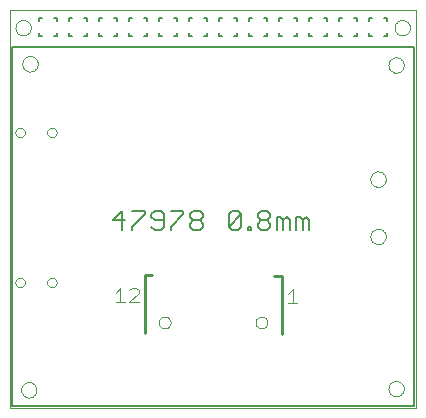
<source format=gto>
G75*
G70*
%OFA0B0*%
%FSLAX24Y24*%
%IPPOS*%
%LPD*%
%AMOC8*
5,1,8,0,0,1.08239X$1,22.5*
%
%ADD10C,0.0000*%
%ADD11C,0.0060*%
%ADD12C,0.0100*%
%ADD13C,0.0040*%
%ADD14C,0.0050*%
D10*
X000174Y000263D02*
X000174Y013537D01*
X013690Y013537D01*
X013690Y000263D01*
X000174Y000263D01*
X000540Y000869D02*
X000542Y000900D01*
X000548Y000931D01*
X000557Y000961D01*
X000570Y000990D01*
X000587Y001017D01*
X000607Y001041D01*
X000629Y001063D01*
X000655Y001082D01*
X000682Y001098D01*
X000711Y001110D01*
X000741Y001119D01*
X000772Y001124D01*
X000804Y001125D01*
X000835Y001122D01*
X000866Y001115D01*
X000896Y001105D01*
X000924Y001091D01*
X000950Y001073D01*
X000974Y001053D01*
X000995Y001029D01*
X001014Y001004D01*
X001029Y000976D01*
X001040Y000947D01*
X001048Y000916D01*
X001052Y000885D01*
X001052Y000853D01*
X001048Y000822D01*
X001040Y000791D01*
X001029Y000762D01*
X001014Y000734D01*
X000995Y000709D01*
X000974Y000685D01*
X000950Y000665D01*
X000924Y000647D01*
X000896Y000633D01*
X000866Y000623D01*
X000835Y000616D01*
X000804Y000613D01*
X000772Y000614D01*
X000741Y000619D01*
X000711Y000628D01*
X000682Y000640D01*
X000655Y000656D01*
X000629Y000675D01*
X000607Y000697D01*
X000587Y000721D01*
X000570Y000748D01*
X000557Y000777D01*
X000548Y000807D01*
X000542Y000838D01*
X000540Y000869D01*
X000348Y004448D02*
X000350Y004473D01*
X000356Y004497D01*
X000365Y004519D01*
X000378Y004540D01*
X000394Y004559D01*
X000413Y004575D01*
X000434Y004588D01*
X000456Y004597D01*
X000480Y004603D01*
X000505Y004605D01*
X000530Y004603D01*
X000554Y004597D01*
X000576Y004588D01*
X000597Y004575D01*
X000616Y004559D01*
X000632Y004540D01*
X000645Y004519D01*
X000654Y004497D01*
X000660Y004473D01*
X000662Y004448D01*
X000660Y004423D01*
X000654Y004399D01*
X000645Y004377D01*
X000632Y004356D01*
X000616Y004337D01*
X000597Y004321D01*
X000576Y004308D01*
X000554Y004299D01*
X000530Y004293D01*
X000505Y004291D01*
X000480Y004293D01*
X000456Y004299D01*
X000434Y004308D01*
X000413Y004321D01*
X000394Y004337D01*
X000378Y004356D01*
X000365Y004377D01*
X000356Y004399D01*
X000350Y004423D01*
X000348Y004448D01*
X001411Y004448D02*
X001413Y004473D01*
X001419Y004497D01*
X001428Y004519D01*
X001441Y004540D01*
X001457Y004559D01*
X001476Y004575D01*
X001497Y004588D01*
X001519Y004597D01*
X001543Y004603D01*
X001568Y004605D01*
X001593Y004603D01*
X001617Y004597D01*
X001639Y004588D01*
X001660Y004575D01*
X001679Y004559D01*
X001695Y004540D01*
X001708Y004519D01*
X001717Y004497D01*
X001723Y004473D01*
X001725Y004448D01*
X001723Y004423D01*
X001717Y004399D01*
X001708Y004377D01*
X001695Y004356D01*
X001679Y004337D01*
X001660Y004321D01*
X001639Y004308D01*
X001617Y004299D01*
X001593Y004293D01*
X001568Y004291D01*
X001543Y004293D01*
X001519Y004299D01*
X001497Y004308D01*
X001476Y004321D01*
X001457Y004337D01*
X001441Y004356D01*
X001428Y004377D01*
X001419Y004399D01*
X001413Y004423D01*
X001411Y004448D01*
X005127Y003113D02*
X005129Y003140D01*
X005135Y003167D01*
X005144Y003193D01*
X005157Y003217D01*
X005173Y003240D01*
X005192Y003259D01*
X005214Y003276D01*
X005238Y003290D01*
X005263Y003300D01*
X005290Y003307D01*
X005317Y003310D01*
X005345Y003309D01*
X005372Y003304D01*
X005398Y003296D01*
X005422Y003284D01*
X005445Y003268D01*
X005466Y003250D01*
X005483Y003229D01*
X005498Y003205D01*
X005509Y003180D01*
X005517Y003154D01*
X005521Y003127D01*
X005521Y003099D01*
X005517Y003072D01*
X005509Y003046D01*
X005498Y003021D01*
X005483Y002997D01*
X005466Y002976D01*
X005445Y002958D01*
X005423Y002942D01*
X005398Y002930D01*
X005372Y002922D01*
X005345Y002917D01*
X005317Y002916D01*
X005290Y002919D01*
X005263Y002926D01*
X005238Y002936D01*
X005214Y002950D01*
X005192Y002967D01*
X005173Y002986D01*
X005157Y003009D01*
X005144Y003033D01*
X005135Y003059D01*
X005129Y003086D01*
X005127Y003113D01*
X008355Y003113D02*
X008357Y003140D01*
X008363Y003167D01*
X008372Y003193D01*
X008385Y003217D01*
X008401Y003240D01*
X008420Y003259D01*
X008442Y003276D01*
X008466Y003290D01*
X008491Y003300D01*
X008518Y003307D01*
X008545Y003310D01*
X008573Y003309D01*
X008600Y003304D01*
X008626Y003296D01*
X008650Y003284D01*
X008673Y003268D01*
X008694Y003250D01*
X008711Y003229D01*
X008726Y003205D01*
X008737Y003180D01*
X008745Y003154D01*
X008749Y003127D01*
X008749Y003099D01*
X008745Y003072D01*
X008737Y003046D01*
X008726Y003021D01*
X008711Y002997D01*
X008694Y002976D01*
X008673Y002958D01*
X008651Y002942D01*
X008626Y002930D01*
X008600Y002922D01*
X008573Y002917D01*
X008545Y002916D01*
X008518Y002919D01*
X008491Y002926D01*
X008466Y002936D01*
X008442Y002950D01*
X008420Y002967D01*
X008401Y002986D01*
X008385Y003009D01*
X008372Y003033D01*
X008363Y003059D01*
X008357Y003086D01*
X008355Y003113D01*
X012182Y005983D02*
X012184Y006014D01*
X012190Y006045D01*
X012199Y006075D01*
X012212Y006104D01*
X012229Y006131D01*
X012249Y006155D01*
X012271Y006177D01*
X012297Y006196D01*
X012324Y006212D01*
X012353Y006224D01*
X012383Y006233D01*
X012414Y006238D01*
X012446Y006239D01*
X012477Y006236D01*
X012508Y006229D01*
X012538Y006219D01*
X012566Y006205D01*
X012592Y006187D01*
X012616Y006167D01*
X012637Y006143D01*
X012656Y006118D01*
X012671Y006090D01*
X012682Y006061D01*
X012690Y006030D01*
X012694Y005999D01*
X012694Y005967D01*
X012690Y005936D01*
X012682Y005905D01*
X012671Y005876D01*
X012656Y005848D01*
X012637Y005823D01*
X012616Y005799D01*
X012592Y005779D01*
X012566Y005761D01*
X012538Y005747D01*
X012508Y005737D01*
X012477Y005730D01*
X012446Y005727D01*
X012414Y005728D01*
X012383Y005733D01*
X012353Y005742D01*
X012324Y005754D01*
X012297Y005770D01*
X012271Y005789D01*
X012249Y005811D01*
X012229Y005835D01*
X012212Y005862D01*
X012199Y005891D01*
X012190Y005921D01*
X012184Y005952D01*
X012182Y005983D01*
X012182Y007893D02*
X012184Y007924D01*
X012190Y007955D01*
X012199Y007985D01*
X012212Y008014D01*
X012229Y008041D01*
X012249Y008065D01*
X012271Y008087D01*
X012297Y008106D01*
X012324Y008122D01*
X012353Y008134D01*
X012383Y008143D01*
X012414Y008148D01*
X012446Y008149D01*
X012477Y008146D01*
X012508Y008139D01*
X012538Y008129D01*
X012566Y008115D01*
X012592Y008097D01*
X012616Y008077D01*
X012637Y008053D01*
X012656Y008028D01*
X012671Y008000D01*
X012682Y007971D01*
X012690Y007940D01*
X012694Y007909D01*
X012694Y007877D01*
X012690Y007846D01*
X012682Y007815D01*
X012671Y007786D01*
X012656Y007758D01*
X012637Y007733D01*
X012616Y007709D01*
X012592Y007689D01*
X012566Y007671D01*
X012538Y007657D01*
X012508Y007647D01*
X012477Y007640D01*
X012446Y007637D01*
X012414Y007638D01*
X012383Y007643D01*
X012353Y007652D01*
X012324Y007664D01*
X012297Y007680D01*
X012271Y007699D01*
X012249Y007721D01*
X012229Y007745D01*
X012212Y007772D01*
X012199Y007801D01*
X012190Y007831D01*
X012184Y007862D01*
X012182Y007893D01*
X012784Y011696D02*
X012786Y011727D01*
X012792Y011758D01*
X012801Y011788D01*
X012814Y011817D01*
X012831Y011844D01*
X012851Y011868D01*
X012873Y011890D01*
X012899Y011909D01*
X012926Y011925D01*
X012955Y011937D01*
X012985Y011946D01*
X013016Y011951D01*
X013048Y011952D01*
X013079Y011949D01*
X013110Y011942D01*
X013140Y011932D01*
X013168Y011918D01*
X013194Y011900D01*
X013218Y011880D01*
X013239Y011856D01*
X013258Y011831D01*
X013273Y011803D01*
X013284Y011774D01*
X013292Y011743D01*
X013296Y011712D01*
X013296Y011680D01*
X013292Y011649D01*
X013284Y011618D01*
X013273Y011589D01*
X013258Y011561D01*
X013239Y011536D01*
X013218Y011512D01*
X013194Y011492D01*
X013168Y011474D01*
X013140Y011460D01*
X013110Y011450D01*
X013079Y011443D01*
X013048Y011440D01*
X013016Y011441D01*
X012985Y011446D01*
X012955Y011455D01*
X012926Y011467D01*
X012899Y011483D01*
X012873Y011502D01*
X012851Y011524D01*
X012831Y011548D01*
X012814Y011575D01*
X012801Y011604D01*
X012792Y011634D01*
X012786Y011665D01*
X012784Y011696D01*
X012989Y012940D02*
X012991Y012971D01*
X012997Y013002D01*
X013006Y013032D01*
X013019Y013061D01*
X013036Y013088D01*
X013056Y013112D01*
X013078Y013134D01*
X013104Y013153D01*
X013131Y013169D01*
X013160Y013181D01*
X013190Y013190D01*
X013221Y013195D01*
X013253Y013196D01*
X013284Y013193D01*
X013315Y013186D01*
X013345Y013176D01*
X013373Y013162D01*
X013399Y013144D01*
X013423Y013124D01*
X013444Y013100D01*
X013463Y013075D01*
X013478Y013047D01*
X013489Y013018D01*
X013497Y012987D01*
X013501Y012956D01*
X013501Y012924D01*
X013497Y012893D01*
X013489Y012862D01*
X013478Y012833D01*
X013463Y012805D01*
X013444Y012780D01*
X013423Y012756D01*
X013399Y012736D01*
X013373Y012718D01*
X013345Y012704D01*
X013315Y012694D01*
X013284Y012687D01*
X013253Y012684D01*
X013221Y012685D01*
X013190Y012690D01*
X013160Y012699D01*
X013131Y012711D01*
X013104Y012727D01*
X013078Y012746D01*
X013056Y012768D01*
X013036Y012792D01*
X013019Y012819D01*
X013006Y012848D01*
X012997Y012878D01*
X012991Y012909D01*
X012989Y012940D01*
X001411Y009448D02*
X001413Y009473D01*
X001419Y009497D01*
X001428Y009519D01*
X001441Y009540D01*
X001457Y009559D01*
X001476Y009575D01*
X001497Y009588D01*
X001519Y009597D01*
X001543Y009603D01*
X001568Y009605D01*
X001593Y009603D01*
X001617Y009597D01*
X001639Y009588D01*
X001660Y009575D01*
X001679Y009559D01*
X001695Y009540D01*
X001708Y009519D01*
X001717Y009497D01*
X001723Y009473D01*
X001725Y009448D01*
X001723Y009423D01*
X001717Y009399D01*
X001708Y009377D01*
X001695Y009356D01*
X001679Y009337D01*
X001660Y009321D01*
X001639Y009308D01*
X001617Y009299D01*
X001593Y009293D01*
X001568Y009291D01*
X001543Y009293D01*
X001519Y009299D01*
X001497Y009308D01*
X001476Y009321D01*
X001457Y009337D01*
X001441Y009356D01*
X001428Y009377D01*
X001419Y009399D01*
X001413Y009423D01*
X001411Y009448D01*
X000348Y009448D02*
X000350Y009473D01*
X000356Y009497D01*
X000365Y009519D01*
X000378Y009540D01*
X000394Y009559D01*
X000413Y009575D01*
X000434Y009588D01*
X000456Y009597D01*
X000480Y009603D01*
X000505Y009605D01*
X000530Y009603D01*
X000554Y009597D01*
X000576Y009588D01*
X000597Y009575D01*
X000616Y009559D01*
X000632Y009540D01*
X000645Y009519D01*
X000654Y009497D01*
X000660Y009473D01*
X000662Y009448D01*
X000660Y009423D01*
X000654Y009399D01*
X000645Y009377D01*
X000632Y009356D01*
X000616Y009337D01*
X000597Y009321D01*
X000576Y009308D01*
X000554Y009299D01*
X000530Y009293D01*
X000505Y009291D01*
X000480Y009293D01*
X000456Y009299D01*
X000434Y009308D01*
X000413Y009321D01*
X000394Y009337D01*
X000378Y009356D01*
X000365Y009377D01*
X000356Y009399D01*
X000350Y009423D01*
X000348Y009448D01*
X000580Y011735D02*
X000582Y011766D01*
X000588Y011797D01*
X000597Y011827D01*
X000610Y011856D01*
X000627Y011883D01*
X000647Y011907D01*
X000669Y011929D01*
X000695Y011948D01*
X000722Y011964D01*
X000751Y011976D01*
X000781Y011985D01*
X000812Y011990D01*
X000844Y011991D01*
X000875Y011988D01*
X000906Y011981D01*
X000936Y011971D01*
X000964Y011957D01*
X000990Y011939D01*
X001014Y011919D01*
X001035Y011895D01*
X001054Y011870D01*
X001069Y011842D01*
X001080Y011813D01*
X001088Y011782D01*
X001092Y011751D01*
X001092Y011719D01*
X001088Y011688D01*
X001080Y011657D01*
X001069Y011628D01*
X001054Y011600D01*
X001035Y011575D01*
X001014Y011551D01*
X000990Y011531D01*
X000964Y011513D01*
X000936Y011499D01*
X000906Y011489D01*
X000875Y011482D01*
X000844Y011479D01*
X000812Y011480D01*
X000781Y011485D01*
X000751Y011494D01*
X000722Y011506D01*
X000695Y011522D01*
X000669Y011541D01*
X000647Y011563D01*
X000627Y011587D01*
X000610Y011614D01*
X000597Y011643D01*
X000588Y011673D01*
X000582Y011704D01*
X000580Y011735D01*
X000351Y012940D02*
X000353Y012971D01*
X000359Y013002D01*
X000368Y013032D01*
X000381Y013061D01*
X000398Y013088D01*
X000418Y013112D01*
X000440Y013134D01*
X000466Y013153D01*
X000493Y013169D01*
X000522Y013181D01*
X000552Y013190D01*
X000583Y013195D01*
X000615Y013196D01*
X000646Y013193D01*
X000677Y013186D01*
X000707Y013176D01*
X000735Y013162D01*
X000761Y013144D01*
X000785Y013124D01*
X000806Y013100D01*
X000825Y013075D01*
X000840Y013047D01*
X000851Y013018D01*
X000859Y012987D01*
X000863Y012956D01*
X000863Y012924D01*
X000859Y012893D01*
X000851Y012862D01*
X000840Y012833D01*
X000825Y012805D01*
X000806Y012780D01*
X000785Y012756D01*
X000761Y012736D01*
X000735Y012718D01*
X000707Y012704D01*
X000677Y012694D01*
X000646Y012687D01*
X000615Y012684D01*
X000583Y012685D01*
X000552Y012690D01*
X000522Y012699D01*
X000493Y012711D01*
X000466Y012727D01*
X000440Y012746D01*
X000418Y012768D01*
X000398Y012792D01*
X000381Y012819D01*
X000368Y012848D01*
X000359Y012878D01*
X000353Y012909D01*
X000351Y012940D01*
X012784Y000909D02*
X012786Y000940D01*
X012792Y000971D01*
X012801Y001001D01*
X012814Y001030D01*
X012831Y001057D01*
X012851Y001081D01*
X012873Y001103D01*
X012899Y001122D01*
X012926Y001138D01*
X012955Y001150D01*
X012985Y001159D01*
X013016Y001164D01*
X013048Y001165D01*
X013079Y001162D01*
X013110Y001155D01*
X013140Y001145D01*
X013168Y001131D01*
X013194Y001113D01*
X013218Y001093D01*
X013239Y001069D01*
X013258Y001044D01*
X013273Y001016D01*
X013284Y000987D01*
X013292Y000956D01*
X013296Y000925D01*
X013296Y000893D01*
X013292Y000862D01*
X013284Y000831D01*
X013273Y000802D01*
X013258Y000774D01*
X013239Y000749D01*
X013218Y000725D01*
X013194Y000705D01*
X013168Y000687D01*
X013140Y000673D01*
X013110Y000663D01*
X013079Y000656D01*
X013048Y000653D01*
X013016Y000654D01*
X012985Y000659D01*
X012955Y000668D01*
X012926Y000680D01*
X012899Y000696D01*
X012873Y000715D01*
X012851Y000737D01*
X012831Y000761D01*
X012814Y000788D01*
X012801Y000817D01*
X012792Y000847D01*
X012786Y000878D01*
X012784Y000909D01*
D11*
X010140Y006199D02*
X010140Y006519D01*
X010034Y006626D01*
X009927Y006519D01*
X009927Y006199D01*
X009713Y006199D02*
X009713Y006626D01*
X009820Y006626D01*
X009927Y006519D01*
X009496Y006519D02*
X009496Y006199D01*
X009282Y006199D02*
X009282Y006519D01*
X009389Y006626D01*
X009496Y006519D01*
X009282Y006519D02*
X009176Y006626D01*
X009069Y006626D01*
X009069Y006199D01*
X008851Y006305D02*
X008745Y006199D01*
X008531Y006199D01*
X008424Y006305D01*
X008424Y006412D01*
X008531Y006519D01*
X008745Y006519D01*
X008851Y006412D01*
X008851Y006305D01*
X008745Y006519D02*
X008851Y006626D01*
X008851Y006732D01*
X008745Y006839D01*
X008531Y006839D01*
X008424Y006732D01*
X008424Y006626D01*
X008531Y006519D01*
X008209Y006305D02*
X008209Y006199D01*
X008102Y006199D01*
X008102Y006305D01*
X008209Y006305D01*
X007884Y006305D02*
X007778Y006199D01*
X007564Y006199D01*
X007457Y006305D01*
X007884Y006732D01*
X007884Y006305D01*
X007457Y006305D02*
X007457Y006732D01*
X007564Y006839D01*
X007778Y006839D01*
X007884Y006732D01*
X006595Y006732D02*
X006595Y006626D01*
X006489Y006519D01*
X006275Y006519D01*
X006168Y006626D01*
X006168Y006732D01*
X006275Y006839D01*
X006489Y006839D01*
X006595Y006732D01*
X006489Y006519D02*
X006595Y006412D01*
X006595Y006305D01*
X006489Y006199D01*
X006275Y006199D01*
X006168Y006305D01*
X006168Y006412D01*
X006275Y006519D01*
X005951Y006732D02*
X005524Y006305D01*
X005524Y006199D01*
X005306Y006305D02*
X005306Y006732D01*
X005199Y006839D01*
X004986Y006839D01*
X004879Y006732D01*
X004879Y006626D01*
X004986Y006519D01*
X005306Y006519D01*
X005306Y006305D02*
X005199Y006199D01*
X004986Y006199D01*
X004879Y006305D01*
X004662Y006732D02*
X004235Y006305D01*
X004235Y006199D01*
X003910Y006199D02*
X003910Y006839D01*
X003590Y006519D01*
X004017Y006519D01*
X004235Y006839D02*
X004662Y006839D01*
X004662Y006732D01*
X005524Y006839D02*
X005951Y006839D01*
X005951Y006732D01*
X006138Y012648D02*
X006238Y012648D01*
X006138Y012648D02*
X006138Y012748D01*
X005738Y012748D02*
X005738Y012648D01*
X005638Y012648D01*
X005238Y012648D02*
X005138Y012648D01*
X005138Y012748D01*
X004738Y012748D02*
X004738Y012648D01*
X004638Y012648D01*
X004238Y012648D02*
X004138Y012648D01*
X004138Y012748D01*
X003738Y012748D02*
X003738Y012648D01*
X003638Y012648D01*
X003238Y012648D02*
X003138Y012648D01*
X003138Y012748D01*
X002738Y012748D02*
X002738Y012648D01*
X002638Y012648D01*
X002238Y012648D02*
X002138Y012648D01*
X002138Y012748D01*
X001738Y012748D02*
X001738Y012648D01*
X001638Y012648D01*
X001238Y012648D02*
X001138Y012648D01*
X001138Y012748D01*
X001138Y013148D02*
X001138Y013248D01*
X001238Y013248D01*
X001638Y013248D02*
X001738Y013248D01*
X001738Y013148D01*
X002138Y013148D02*
X002138Y013248D01*
X002238Y013248D01*
X002638Y013248D02*
X002738Y013248D01*
X002738Y013148D01*
X003138Y013148D02*
X003138Y013248D01*
X003238Y013248D01*
X003638Y013248D02*
X003738Y013248D01*
X003738Y013148D01*
X004138Y013148D02*
X004138Y013248D01*
X004238Y013248D01*
X004638Y013248D02*
X004738Y013248D01*
X004738Y013148D01*
X005138Y013148D02*
X005138Y013248D01*
X005238Y013248D01*
X005638Y013248D02*
X005738Y013248D01*
X005738Y013148D01*
X006138Y013148D02*
X006138Y013248D01*
X006238Y013248D01*
X006638Y013248D02*
X006738Y013248D01*
X006738Y013148D01*
X006738Y012748D02*
X006738Y012648D01*
X006638Y012648D01*
X007138Y012648D02*
X007238Y012648D01*
X007138Y012648D02*
X007138Y012748D01*
X007138Y013148D02*
X007138Y013248D01*
X007238Y013248D01*
X007638Y013248D02*
X007738Y013248D01*
X007738Y013148D01*
X007738Y012748D02*
X007738Y012648D01*
X007638Y012648D01*
X008138Y012648D02*
X008238Y012648D01*
X008138Y012648D02*
X008138Y012748D01*
X008138Y013148D02*
X008138Y013248D01*
X008238Y013248D01*
X008638Y013248D02*
X008738Y013248D01*
X008738Y013148D01*
X008738Y012748D02*
X008738Y012648D01*
X008638Y012648D01*
X009138Y012648D02*
X009238Y012648D01*
X009138Y012648D02*
X009138Y012748D01*
X009138Y013148D02*
X009138Y013248D01*
X009238Y013248D01*
X009638Y013248D02*
X009738Y013248D01*
X009738Y013148D01*
X009738Y012748D02*
X009738Y012648D01*
X009638Y012648D01*
X010138Y012648D02*
X010238Y012648D01*
X010138Y012648D02*
X010138Y012748D01*
X010138Y013148D02*
X010138Y013248D01*
X010238Y013248D01*
X010638Y013248D02*
X010738Y013248D01*
X010738Y013148D01*
X010738Y012748D02*
X010738Y012648D01*
X010638Y012648D01*
X011138Y012648D02*
X011238Y012648D01*
X011138Y012648D02*
X011138Y012748D01*
X011138Y013148D02*
X011138Y013248D01*
X011238Y013248D01*
X011638Y013248D02*
X011738Y013248D01*
X011738Y013148D01*
X011738Y012748D02*
X011738Y012648D01*
X011638Y012648D01*
X012138Y012648D02*
X012238Y012648D01*
X012138Y012648D02*
X012138Y012748D01*
X012138Y013148D02*
X012138Y013248D01*
X012238Y013248D01*
X012638Y013248D02*
X012738Y013248D01*
X012738Y013148D01*
X012738Y012748D02*
X012738Y012648D01*
X012638Y012648D01*
D12*
X009222Y004649D02*
X008985Y004649D01*
X009222Y004649D02*
X009222Y002720D01*
X004891Y004688D02*
X004655Y004688D01*
X004655Y002759D01*
D13*
X004458Y003803D02*
X004151Y003803D01*
X004458Y004110D01*
X004458Y004186D01*
X004381Y004263D01*
X004227Y004263D01*
X004151Y004186D01*
X003844Y004263D02*
X003844Y003803D01*
X003997Y003803D02*
X003690Y003803D01*
X003690Y004110D02*
X003844Y004263D01*
X009438Y004070D02*
X009592Y004224D01*
X009592Y003763D01*
X009745Y003763D02*
X009438Y003763D01*
D14*
X013631Y004255D02*
X013631Y000318D01*
X000245Y000318D01*
X000245Y004019D01*
X000245Y012287D01*
X013631Y012287D01*
X013631Y012247D01*
X013631Y004255D01*
M02*

</source>
